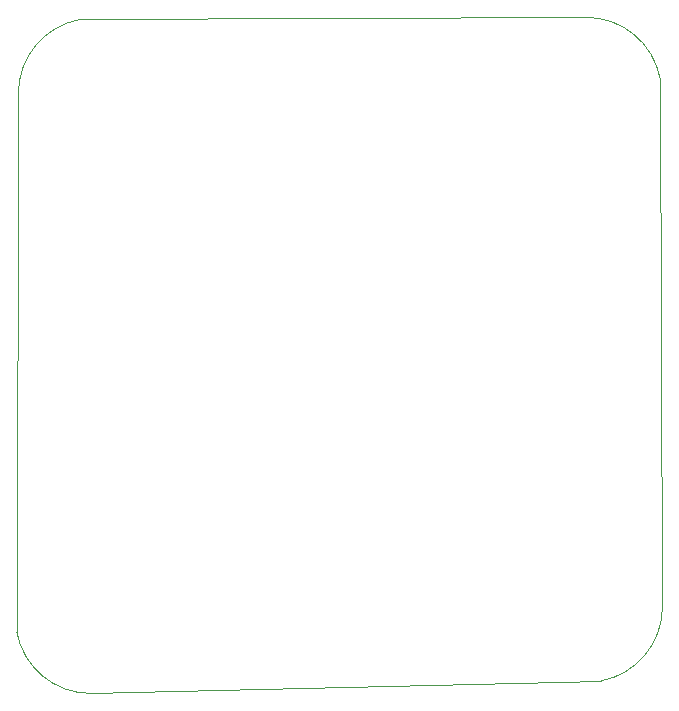
<source format=gbr>
%TF.GenerationSoftware,KiCad,Pcbnew,7.0.2*%
%TF.CreationDate,2023-06-15T10:28:23+05:30*%
%TF.ProjectId,stm32,73746d33-322e-46b6-9963-61645f706362,rev?*%
%TF.SameCoordinates,Original*%
%TF.FileFunction,Profile,NP*%
%FSLAX46Y46*%
G04 Gerber Fmt 4.6, Leading zero omitted, Abs format (unit mm)*
G04 Created by KiCad (PCBNEW 7.0.2) date 2023-06-15 10:28:23*
%MOMM*%
%LPD*%
G01*
G04 APERTURE LIST*
%TA.AperFunction,Profile*%
%ADD10C,0.100000*%
%TD*%
G04 APERTURE END LIST*
D10*
X129542574Y-73887525D02*
G75*
G03*
X123270000Y-68696708I-6272574J-1194475D01*
G01*
X75068407Y-120757165D02*
G75*
G03*
X81340926Y-125947992I6272493J1194365D01*
G01*
X124545175Y-124883648D02*
X81340926Y-125947992D01*
X80394825Y-68880352D02*
X123270000Y-68696708D01*
X124545165Y-124883593D02*
G75*
G03*
X129735992Y-118611074I-1194365J6272493D01*
G01*
X80394824Y-68880348D02*
G75*
G03*
X75204008Y-75152926I1194486J-6272582D01*
G01*
X75204008Y-75152926D02*
X75068352Y-120757175D01*
X129542574Y-73887525D02*
X129735992Y-118611074D01*
M02*

</source>
